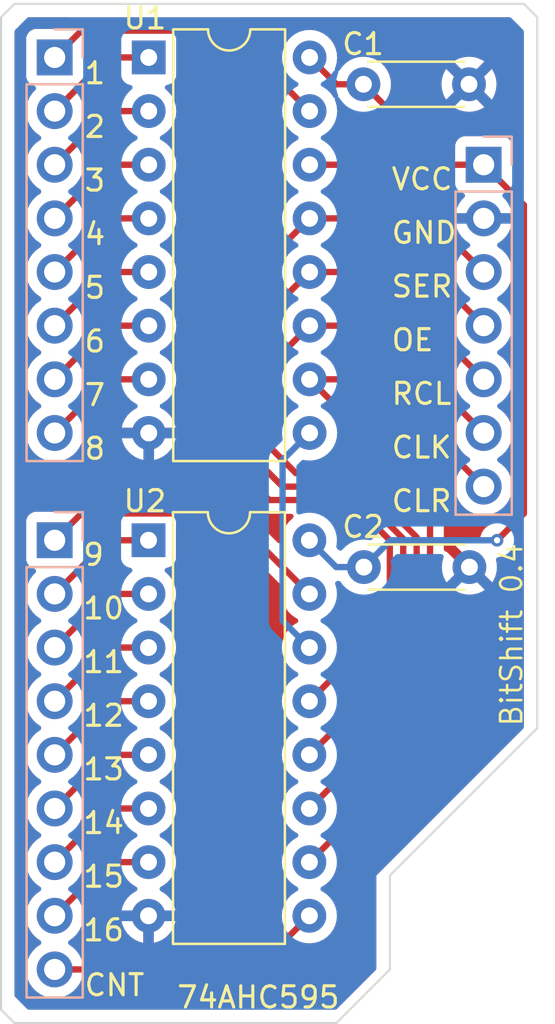
<source format=kicad_pcb>
(kicad_pcb (version 20221018) (generator pcbnew)
  (layers (0 "F.Cu" signal) (31 "B.Cu" signal) (34 "B.Paste" user) (35 "F.Paste" user) (36 "B.SilkS" user "B.Silkscreen") (37 "F.SilkS" user "F.Silkscreen") (38 "B.Mask" user) (39 "F.Mask" user) (44 "Edge.Cuts" user))
  (net 0 "")
  (net 1 "Output2")
  (net 2 "Output3")
  (net 3 "Output4")
  (net 4 "Output5")
  (net 5 "Output6")
  (net 6 "Output7")
  (net 7 "Output8")
  (net 8 "GND")
  (net 9 "OutputContinuation2")
  (net 10 "Clear")
  (net 11 "Clock")
  (net 12 "StoreWritten")
  (net 13 "OutputEnable")
  (net 14 "Output1")
  (net 15 "+3.3V")
  (net 16 "InputSer")
  (net 17 "OutputContinuation1")
  (net 18 "Output10")
  (net 19 "Output11")
  (net 20 "Output12")
  (net 21 "Output13")
  (net 22 "Output14")
  (net 23 "Output15")
  (net 24 "Output16")
  (net 25 "Output9")
  (footprint "Capacitor_THT:C_Disc_D4.3mm_W1.9mm_P5.00mm" (layer "F.Cu") (at 99.735 83.82)
    (fp_text reference "C2" (at -0.04 -1.905) (layer "F.SilkS"))
    (fp_text value "C_Small 0.1uF")
    (fp_line (start 0.23 -1.07) (end 0.23 -1.055) (stroke (width 0.12)) (layer "F.SilkS"))
    (fp_line (start 0.23 -1.07) (end 4.77 -1.07) (stroke (width 0.12)) (layer "F.SilkS"))
    (fp_line (start 0.23 1.055) (end 0.23 1.07) (stroke (width 0.12)) (layer "F.SilkS"))
    (fp_line (start 0.23 1.07) (end 4.77 1.07) (stroke (width 0.12)) (layer "F.SilkS"))
    (fp_line (start 4.77 -1.07) (end 4.77 -1.055) (stroke (width 0.12)) (layer "F.SilkS"))
    (fp_line (start 4.77 1.055) (end 4.77 1.07) (stroke (width 0.12)) (layer "F.SilkS"))
    (pad "1" thru_hole circle (at 0 0) (size 1.6 1.6) (drill 0.8) (layers "*.Cu" "*.Mask") (net 15 "+3.3V"))
    (pad "2" thru_hole circle (at 5 0) (size 1.6 1.6) (drill 0.8) (layers "*.Cu" "*.Mask") (net 8 "GND"))
  )
  (footprint "Capacitor_THT:C_Disc_D4.3mm_W1.9mm_P5.00mm" (layer "F.Cu") (at 99.715 60.96)
    (fp_text reference "C1" (at -0.02 -1.905) (layer "F.SilkS"))
    (fp_text value "C_Small 0.1uF")
    (fp_line (start 0.23 -1.07) (end 0.23 -1.055) (stroke (width 0.12)) (layer "F.SilkS"))
    (fp_line (start 0.23 -1.07) (end 4.77 -1.07) (stroke (width 0.12)) (layer "F.SilkS"))
    (fp_line (start 0.23 1.055) (end 0.23 1.07) (stroke (width 0.12)) (layer "F.SilkS"))
    (fp_line (start 0.23 1.07) (end 4.77 1.07) (stroke (width 0.12)) (layer "F.SilkS"))
    (fp_line (start 4.77 -1.07) (end 4.77 -1.055) (stroke (width 0.12)) (layer "F.SilkS"))
    (fp_line (start 4.77 1.055) (end 4.77 1.07) (stroke (width 0.12)) (layer "F.SilkS"))
    (pad "1" thru_hole circle (at 0 0) (size 1.6 1.6) (drill 0.8) (layers "*.Cu" "*.Mask") (net 15 "+3.3V"))
    (pad "2" thru_hole circle (at 5 0) (size 1.6 1.6) (drill 0.8) (layers "*.Cu" "*.Mask") (net 8 "GND"))
  )
  (footprint "Package_DIP:DIP-16_W7.62mm" (layer "F.Cu") (at 89.535 82.55)
    (fp_text reference "U2" hide)
    (fp_text value "74AHC595")
    (fp_line (start 1.16 -1.33) (end 1.16 19.11) (stroke (width 0.12)) (layer "F.SilkS"))
    (fp_line (start 1.16 19.11) (end 6.46 19.11) (stroke (width 0.12)) (layer "F.SilkS"))
    (fp_line (start 2.81 -1.33) (end 1.16 -1.33) (stroke (width 0.12)) (layer "F.SilkS"))
    (fp_line (start 6.46 -1.33) (end 4.81 -1.33) (stroke (width 0.12)) (layer "F.SilkS"))
    (fp_line (start 6.46 19.11) (end 6.46 -1.33) (stroke (width 0.12)) (layer "F.SilkS"))
    (fp_arc (start 4.81 -1.33) (mid 3.81 -0.33) (end 2.81 -1.33) (stroke (width 0.12)) (layer "F.SilkS"))
    (pad "1" thru_hole rect (at 0 0) (size 1.6 1.6) (drill 0.8) (layers "*.Cu" "*.Mask") (net 18 "Output10"))
    (pad "2" thru_hole oval (at 0 2.54) (size 1.6 1.6) (drill 0.8) (layers "*.Cu" "*.Mask") (net 19 "Output11"))
    (pad "3" thru_hole oval (at 0 5.08) (size 1.6 1.6) (drill 0.8) (layers "*.Cu" "*.Mask") (net 20 "Output12"))
    (pad "4" thru_hole oval (at 0 7.62) (size 1.6 1.6) (drill 0.8) (layers "*.Cu" "*.Mask") (net 21 "Output13"))
    (pad "5" thru_hole oval (at 0 10.16) (size 1.6 1.6) (drill 0.8) (layers "*.Cu" "*.Mask") (net 22 "Output14"))
    (pad "6" thru_hole oval (at 0 12.7) (size 1.6 1.6) (drill 0.8) (layers "*.Cu" "*.Mask") (net 23 "Output15"))
    (pad "7" thru_hole oval (at 0 15.24) (size 1.6 1.6) (drill 0.8) (layers "*.Cu" "*.Mask") (net 24 "Output16"))
    (pad "8" thru_hole oval (at 0 17.78) (size 1.6 1.6) (drill 0.8) (layers "*.Cu" "*.Mask") (net 8 "GND"))
    (pad "9" thru_hole oval (at 7.62 17.78) (size 1.6 1.6) (drill 0.8) (layers "*.Cu" "*.Mask") (net 9 "OutputContinuation2"))
    (pad "10" thru_hole oval (at 7.62 15.24) (size 1.6 1.6) (drill 0.8) (layers "*.Cu" "*.Mask") (net 10 "Clear"))
    (pad "11" thru_hole oval (at 7.62 12.7) (size 1.6 1.6) (drill 0.8) (layers "*.Cu" "*.Mask") (net 11 "Clock"))
    (pad "12" thru_hole oval (at 7.62 10.16) (size 1.6 1.6) (drill 0.8) (layers "*.Cu" "*.Mask") (net 12 "StoreWritten"))
    (pad "13" thru_hole oval (at 7.62 7.62) (size 1.6 1.6) (drill 0.8) (layers "*.Cu" "*.Mask") (net 13 "OutputEnable"))
    (pad "14" thru_hole oval (at 7.62 5.08) (size 1.6 1.6) (drill 0.8) (layers "*.Cu" "*.Mask") (net 17 "OutputContinuation1"))
    (pad "15" thru_hole oval (at 7.62 2.54) (size 1.6 1.6) (drill 0.8) (layers "*.Cu" "*.Mask") (net 25 "Output9"))
    (pad "16" thru_hole oval (at 7.62 0) (size 1.6 1.6) (drill 0.8) (layers "*.Cu" "*.Mask") (net 15 "+3.3V"))
  )
  (footprint "Package_DIP:DIP-16_W7.62mm" (layer "F.Cu") (at 89.545 59.69)
    (fp_text reference "U1" hide)
    (fp_text value "74AHC595")
    (fp_line (start 1.16 -1.33) (end 1.16 19.11) (stroke (width 0.12)) (layer "F.SilkS"))
    (fp_line (start 1.16 19.11) (end 6.46 19.11) (stroke (width 0.12)) (layer "F.SilkS"))
    (fp_line (start 2.81 -1.33) (end 1.16 -1.33) (stroke (width 0.12)) (layer "F.SilkS"))
    (fp_line (start 6.46 -1.33) (end 4.81 -1.33) (stroke (width 0.12)) (layer "F.SilkS"))
    (fp_line (start 6.46 19.11) (end 6.46 -1.33) (stroke (width 0.12)) (layer "F.SilkS"))
    (fp_arc (start 4.81 -1.33) (mid 3.81 -0.33) (end 2.81 -1.33) (stroke (width 0.12)) (layer "F.SilkS"))
    (pad "1" thru_hole rect (at 0 0) (size 1.6 1.6) (drill 0.8) (layers "*.Cu" "*.Mask") (net 1 "Output2"))
    (pad "2" thru_hole oval (at 0 2.54) (size 1.6 1.6) (drill 0.8) (layers "*.Cu" "*.Mask") (net 2 "Output3"))
    (pad "3" thru_hole oval (at 0 5.08) (size 1.6 1.6) (drill 0.8) (layers "*.Cu" "*.Mask") (net 3 "Output4"))
    (pad "4" thru_hole oval (at 0 7.62) (size 1.6 1.6) (drill 0.8) (layers "*.Cu" "*.Mask") (net 4 "Output5"))
    (pad "5" thru_hole oval (at 0 10.16) (size 1.6 1.6) (drill 0.8) (layers "*.Cu" "*.Mask") (net 5 "Output6"))
    (pad "6" thru_hole oval (at 0 12.7) (size 1.6 1.6) (drill 0.8) (layers "*.Cu" "*.Mask") (net 6 "Output7"))
    (pad "7" thru_hole oval (at 0 15.24) (size 1.6 1.6) (drill 0.8) (layers "*.Cu" "*.Mask") (net 7 "Output8"))
    (pad "8" thru_hole oval (at 0 17.78) (size 1.6 1.6) (drill 0.8) (layers "*.Cu" "*.Mask") (net 8 "GND"))
    (pad "9" thru_hole oval (at 7.62 17.78) (size 1.6 1.6) (drill 0.8) (layers "*.Cu" "*.Mask") (net 17 "OutputContinuation1"))
    (pad "10" thru_hole oval (at 7.62 15.24) (size 1.6 1.6) (drill 0.8) (layers "*.Cu" "*.Mask") (net 10 "Clear"))
    (pad "11" thru_hole oval (at 7.62 12.7) (size 1.6 1.6) (drill 0.8) (layers "*.Cu" "*.Mask") (net 11 "Clock"))
    (pad "12" thru_hole oval (at 7.62 10.16) (size 1.6 1.6) (drill 0.8) (layers "*.Cu" "*.Mask") (net 12 "StoreWritten"))
    (pad "13" thru_hole oval (at 7.62 7.62) (size 1.6 1.6) (drill 0.8) (layers "*.Cu" "*.Mask") (net 13 "OutputEnable"))
    (pad "14" thru_hole oval (at 7.62 5.08) (size 1.6 1.6) (drill 0.8) (layers "*.Cu" "*.Mask") (net 16 "InputSer"))
    (pad "15" thru_hole oval (at 7.62 2.54) (size 1.6 1.6) (drill 0.8) (layers "*.Cu" "*.Mask") (net 14 "Output1"))
    (pad "16" thru_hole oval (at 7.62 0) (size 1.6 1.6) (drill 0.8) (layers "*.Cu" "*.Mask") (net 15 "+3.3V"))
  )
  (footprint "Connector_PinHeader_2.54mm:PinHeader_1x07_P2.54mm_Vertical" (layer "B.Cu") (at 105.41 64.77 180)
    (fp_text reference "Inputs1" hide)
    (fp_text value "Conn_01x07" hide)
    (fp_line (start -1.33 -16.57) (end 1.33 -16.57) (stroke (width 0.12)) (layer "B.SilkS"))
    (fp_line (start -1.33 -1.27) (end -1.33 -16.57) (stroke (width 0.12)) (layer "B.SilkS"))
    (fp_line (start -1.33 -1.27) (end 1.33 -1.27) (stroke (width 0.12)) (layer "B.SilkS"))
    (fp_line (start -1.33 0) (end -1.33 1.33) (stroke (width 0.12)) (layer "B.SilkS"))
    (fp_line (start -1.33 1.33) (end 0 1.33) (stroke (width 0.12)) (layer "B.SilkS"))
    (fp_line (start 1.33 -1.27) (end 1.33 -16.57) (stroke (width 0.12)) (layer "B.SilkS"))
    (pad "1" thru_hole rect (at 0 0 180) (size 1.7 1.7) (drill 1) (layers "*.Cu" "*.Mask") (net 15 "+3.3V"))
    (pad "2" thru_hole oval (at 0 -2.54 180) (size 1.7 1.7) (drill 1) (layers "*.Cu" "*.Mask") (net 8 "GND"))
    (pad "3" thru_hole oval (at 0 -5.08 180) (size 1.7 1.7) (drill 1) (layers "*.Cu" "*.Mask") (net 16 "InputSer"))
    (pad "4" thru_hole oval (at 0 -7.62 180) (size 1.7 1.7) (drill 1) (layers "*.Cu" "*.Mask") (net 13 "OutputEnable"))
    (pad "5" thru_hole oval (at 0 -10.16 180) (size 1.7 1.7) (drill 1) (layers "*.Cu" "*.Mask") (net 12 "StoreWritten"))
    (pad "6" thru_hole oval (at 0 -12.7 180) (size 1.7 1.7) (drill 1) (layers "*.Cu" "*.Mask") (net 11 "Clock"))
    (pad "7" thru_hole oval (at 0 -15.24 180) (size 1.7 1.7) (drill 1) (layers "*.Cu" "*.Mask") (net 10 "Clear"))
  )
  (footprint "Connector_PinHeader_2.54mm:PinHeader_1x08_P2.54mm_Vertical" (layer "B.Cu") (at 85.09 59.69 180)
    (fp_text reference "Outputs1" hide)
    (fp_text value "Conn_01x08")
    (fp_line (start -1.33 -19.11) (end 1.33 -19.11) (stroke (width 0.12)) (layer "B.SilkS"))
    (fp_line (start -1.33 -1.27) (end -1.33 -19.11) (stroke (width 0.12)) (layer "B.SilkS"))
    (fp_line (start -1.33 -1.27) (end 1.33 -1.27) (stroke (width 0.12)) (layer "B.SilkS"))
    (fp_line (start -1.33 0) (end -1.33 1.33) (stroke (width 0.12)) (layer "B.SilkS"))
    (fp_line (start -1.33 1.33) (end 0 1.33) (stroke (width 0.12)) (layer "B.SilkS"))
    (fp_line (start 1.33 -1.27) (end 1.33 -19.11) (stroke (width 0.12)) (layer "B.SilkS"))
    (pad "1" thru_hole rect (at 0 0 180) (size 1.7 1.7) (drill 1) (layers "*.Cu" "*.Mask") (net 14 "Output1"))
    (pad "2" thru_hole oval (at 0 -2.54 180) (size 1.7 1.7) (drill 1) (layers "*.Cu" "*.Mask") (net 1 "Output2"))
    (pad "3" thru_hole oval (at 0 -5.08 180) (size 1.7 1.7) (drill 1) (layers "*.Cu" "*.Mask") (net 2 "Output3"))
    (pad "4" thru_hole oval (at 0 -7.62 180) (size 1.7 1.7) (drill 1) (layers "*.Cu" "*.Mask") (net 3 "Output4"))
    (pad "5" thru_hole oval (at 0 -10.16 180) (size 1.7 1.7) (drill 1) (layers "*.Cu" "*.Mask") (net 4 "Output5"))
    (pad "6" thru_hole oval (at 0 -12.7 180) (size 1.7 1.7) (drill 1) (layers "*.Cu" "*.Mask") (net 5 "Output6"))
    (pad "7" thru_hole oval (at 0 -15.24 180) (size 1.7 1.7) (drill 1) (layers "*.Cu" "*.Mask") (net 6 "Output7"))
    (pad "8" thru_hole oval (at 0 -17.78 180) (size 1.7 1.7) (drill 1) (layers "*.Cu" "*.Mask") (net 7 "Output8"))
  )
  (footprint "Connector_PinHeader_2.54mm:PinHeader_1x09_P2.54mm_Vertical" (layer "B.Cu") (at 85.09 82.55 180)
    (fp_text reference "Outputs2" hide)
    (fp_text value "Conn_01x09")
    (fp_line (start -1.33 -21.65) (end 1.33 -21.65) (stroke (width 0.12)) (layer "B.SilkS"))
    (fp_line (start -1.33 -1.27) (end -1.33 -21.65) (stroke (width 0.12)) (layer "B.SilkS"))
    (fp_line (start -1.33 -1.27) (end 1.33 -1.27) (stroke (width 0.12)) (layer "B.SilkS"))
    (fp_line (start -1.33 0) (end -1.33 1.33) (stroke (width 0.12)) (layer "B.SilkS"))
    (fp_line (start -1.33 1.33) (end 0 1.33) (stroke (width 0.12)) (layer "B.SilkS"))
    (fp_line (start 1.33 -1.27) (end 1.33 -21.65) (stroke (width 0.12)) (layer "B.SilkS"))
    (pad "1" thru_hole rect (at 0 0 180) (size 1.7 1.7) (drill 1) (layers "*.Cu" "*.Mask") (net 25 "Output9"))
    (pad "2" thru_hole oval (at 0 -2.54 180) (size 1.7 1.7) (drill 1) (layers "*.Cu" "*.Mask") (net 18 "Output10"))
    (pad "3" thru_hole oval (at 0 -5.08 180) (size 1.7 1.7) (drill 1) (layers "*.Cu" "*.Mask") (net 19 "Output11"))
    (pad "4" thru_hole oval (at 0 -7.62 180) (size 1.7 1.7) (drill 1) (layers "*.Cu" "*.Mask") (net 20 "Output12"))
    (pad "5" thru_hole oval (at 0 -10.16 180) (size 1.7 1.7) (drill 1) (layers "*.Cu" "*.Mask") (net 21 "Output13"))
    (pad "6" thru_hole oval (at 0 -12.7 180) (size 1.7 1.7) (drill 1) (layers "*.Cu" "*.Mask") (net 22 "Output14"))
    (pad "7" thru_hole oval (at 0 -15.24 180) (size 1.7 1.7) (drill 1) (layers "*.Cu" "*.Mask") (net 23 "Output15"))
    (pad "8" thru_hole oval (at 0 -17.78 180) (size 1.7 1.7) (drill 1) (layers "*.Cu" "*.Mask") (net 24 "Output16"))
    (pad "9" thru_hole oval (at 0 -20.32 180) (size 1.7 1.7) (drill 1) (layers "*.Cu" "*.Mask") (net 9 "OutputContinuation2"))
  )
  (gr_line (start 83.185 57.15) (end 107.315 57.15) (stroke (width 0.1)) (layer "Edge.Cuts"))
  (gr_line (start 98.425 105.41) (end 100.965 102.87) (stroke (width 0.1)) (layer "Edge.Cuts"))
  (gr_line (start 100.965 102.87) (end 100.965 98.425) (stroke (width 0.1)) (layer "Edge.Cuts"))
  (gr_line (start 82.55 57.785) (end 82.55 104.775) (stroke (width 0.1)) (layer "Edge.Cuts"))
  (gr_line (start 107.95 57.785) (end 107.95 91.44) (stroke (width 0.1)) (layer "Edge.Cuts"))
  (gr_line (start 83.185 105.41) (end 98.425 105.41) (stroke (width 0.1)) (layer "Edge.Cuts"))
  (gr_line (start 107.95 91.44) (end 100.965 98.425) (stroke (width 0.1)) (layer "Edge.Cuts"))
  (gr_line (start 83.185 57.15) (end 82.55 57.785) (stroke (width 0.1)) (layer "Edge.Cuts"))
  (gr_line (start 107.95 57.785) (end 107.315 57.15) (stroke (width 0.1)) (layer "Edge.Cuts"))
  (gr_line (start 83.185 105.41) (end 82.55 104.775) (stroke (width 0.1)) (layer "Edge.Cuts"))
  (gr_text "74AHC595" (at 90.805 104.775) (layer "F.SilkS") (effects (font (size 1 1)) (justify left bottom)))
  (gr_text "4" (at 86.42 68.64) (layer "F.SilkS") (effects (font (size 1 1)) (justify left bottom)))
  (gr_text "RCL" (at 100.965 76.2) (layer "F.SilkS") (effects (font (size 1 1)) (justify left bottom)))
  (gr_text "U1\n" (at 88.265 58.42) (layer "F.SilkS") (effects (font (size 1 1)) (justify left bottom)))
  (gr_text "6" (at 86.42 73.72) (layer "F.SilkS") (effects (font (size 1 1)) (justify left bottom)))
  (gr_text "7" (at 86.42 76.26) (layer "F.SilkS") (effects (font (size 1 1)) (justify left bottom)))
  (gr_text "5" (at 86.42 71.18) (layer "F.SilkS") (effects (font (size 1 1)) (justify left bottom)))
  (gr_text "3" (at 86.42 66.1) (layer "F.SilkS") (effects (font (size 1 1)) (justify left bottom)))
  (gr_text "14" (at 86.36 96.52) (layer "F.SilkS") (effects (font (size 1 1)) (justify left bottom)))
  (gr_text "13" (at 86.36 93.98) (layer "F.SilkS") (effects (font (size 1 1)) (justify left bottom)))
  (gr_text "CLR\n" (at 100.965 81.28) (layer "F.SilkS") (effects (font (size 1 1)) (justify left bottom)))
  (gr_text "8" (at 86.42 78.8) (layer "F.SilkS") (effects (font (size 1 1)) (justify left bottom)))
  (gr_text "15" (at 86.36 99.06) (layer "F.SilkS") (effects (font (size 1 1)) (justify left bottom)))
  (gr_text "OE" (at 100.965 73.66) (layer "F.SilkS") (effects (font (size 1 1)) (justify left bottom)))
  (gr_text "U2" (at 88.265 81.28) (layer "F.SilkS") (effects (font (size 1 1)) (justify left bottom)))
  (gr_text "GND" (at 100.965 68.58) (layer "F.SilkS") (effects (font (size 1 1)) (justify left bottom)))
  (gr_text "BitShift 0.4" (at 107.315 91.44 90) (layer "F.SilkS") (effects (font (size 1 1) (thickness 0.125)) (justify left bottom)))
  (gr_text "SER" (at 100.965 71.12) (layer "F.SilkS") (effects (font (size 1 1)) (justify left bottom)))
  (gr_text "16" (at 86.36 101.6) (layer "F.SilkS") (effects (font (size 1 1)) (justify left bottom)))
  (gr_text "VCC" (at 100.965 66.04) (layer "F.SilkS") (effects (font (size 1 1)) (justify left bottom)))
  (gr_text "9" (at 86.36 83.82) (layer "F.SilkS") (effects (font (size 1 1)) (justify left bottom)))
  (gr_text "11" (at 86.36 88.9) (layer "F.SilkS") (effects (font (size 1 1)) (justify left bottom)))
  (gr_text "12" (at 86.36 91.44) (layer "F.SilkS") (effects (font (size 1 1)) (justify left bottom)))
  (gr_text "CLK" (at 100.965 78.74) (layer "F.SilkS") (effects (font (size 1 1)) (justify left bottom)))
  (gr_text "10" (at 86.36 86.36) (layer "F.SilkS") (effects (font (size 1 1)) (justify left bottom)))
  (gr_text "2" (at 86.42 63.56) (layer "F.SilkS") (effects (font (size 1 1)) (justify left bottom)))
  (gr_text "CNT" (at 86.42 104.2) (layer "F.SilkS") (effects (font (size 1 1)) (justify left bottom)))
  (gr_text "1" (at 86.42 61.02) (layer "F.SilkS") (effects (font (size 1 1)) (justify left bottom)))
  (segment (start 89.545 59.69) (end 87.63 59.69) (width 0.3) (layer "F.Cu") (net 1))
  (segment (start 87.63 59.69) (end 85.09 62.23) (width 0.3) (layer "F.Cu") (net 1))
  (segment (start 89.545 62.23) (end 87.63 62.23) (width 0.3) (layer "F.Cu") (net 2))
  (segment (start 87.63 62.23) (end 85.09 64.77) (width 0.3) (layer "F.Cu") (net 2))
  (segment (start 89.545 64.77) (end 87.63 64.77) (width 0.3) (layer "F.Cu") (net 3))
  (segment (start 87.63 64.77) (end 85.09 67.31) (width 0.3) (layer "F.Cu") (net 3))
  (segment (start 89.545 67.31) (end 87.63 67.31) (width 0.3) (layer "F.Cu") (net 4))
  (segment (start 87.63 67.31) (end 85.09 69.85) (width 0.3) (layer "F.Cu") (net 4))
  (segment (start 89.545 69.85) (end 87.63 69.85) (width 0.3) (layer "F.Cu") (net 5))
  (segment (start 87.63 69.85) (end 85.09 72.39) (width 0.3) (layer "F.Cu") (net 5))
  (segment (start 89.545 72.39) (end 87.63 72.39) (width 0.3) (layer "F.Cu") (net 6))
  (segment (start 87.63 72.39) (end 85.09 74.93) (width 0.3) (layer "F.Cu") (net 6))
  (segment (start 87.63 74.93) (end 85.09 77.47) (width 0.3) (layer "F.Cu") (net 7))
  (segment (start 89.545 74.93) (end 87.63 74.93) (width 0.3) (layer "F.Cu") (net 7))
  (segment (start 97.155 100.33) (end 94.615 102.87) (width 0.3) (layer "F.Cu") (net 9))
  (segment (start 94.615 102.87) (end 85.09 102.87) (width 0.3) (layer "F.Cu") (net 9))
  (segment (start 105.41 80.01) (end 100.33 74.93) (width 0.3) (layer "F.Cu") (net 10))
  (segment (start 102.87 80.635) (end 102.87 92.075) (width 0.3) (layer "F.Cu") (net 10))
  (segment (start 100.33 74.93) (end 97.165 74.93) (width 0.3) (layer "F.Cu") (net 10))
  (segment (start 97.165 74.93) (end 102.87 80.635) (width 0.3) (layer "F.Cu") (net 10))
  (segment (start 102.87 92.075) (end 97.155 97.79) (width 0.3) (layer "F.Cu") (net 10))
  (segment (start 99.204212 79.375) (end 102.235 82.405788) (width 0.3) (layer "F.Cu") (net 11))
  (segment (start 97.165 72.39) (end 95.25 74.305) (width 0.3) (layer "F.Cu") (net 11))
  (segment (start 95.25 74.305) (end 95.25 78.105) (width 0.3) (layer "F.Cu") (net 11))
  (segment (start 96.52 79.375) (end 99.204212 79.375) (width 0.3) (layer "F.Cu") (net 11))
  (segment (start 102.235 82.405788) (end 102.235 90.17) (width 0.3) (layer "F.Cu") (net 11))
  (segment (start 100.33 72.39) (end 97.165 72.39) (width 0.3) (layer "F.Cu") (net 11))
  (segment (start 95.25 78.105) (end 96.52 79.375) (width 0.3) (layer "F.Cu") (net 11))
  (segment (start 105.41 77.47) (end 100.33 72.39) (width 0.3) (layer "F.Cu") (net 11))
  (segment (start 102.235 90.17) (end 97.155 95.25) (width 0.3) (layer "F.Cu") (net 11))
  (segment (start 94.615 78.74) (end 95.885 80.01) (width 0.3) (layer "F.Cu") (net 12))
  (segment (start 101.6 88.265) (end 97.155 92.71) (width 0.3) (layer "F.Cu") (net 12))
  (segment (start 101.6 82.477894) (end 101.6 88.265) (width 0.3) (layer "F.Cu") (net 12))
  (segment (start 100.33 69.85) (end 97.165 69.85) (width 0.3) (layer "F.Cu") (net 12))
  (segment (start 97.165 69.85) (end 94.615 72.4) (width 0.3) (layer "F.Cu") (net 12))
  (segment (start 95.885 80.01) (end 99.132106 80.01) (width 0.3) (layer "F.Cu") (net 12))
  (segment (start 105.41 74.93) (end 100.33 69.85) (width 0.3) (layer "F.Cu") (net 12))
  (segment (start 94.615 72.4) (end 94.615 78.74) (width 0.3) (layer "F.Cu") (net 12))
  (segment (start 99.132106 80.01) (end 101.6 82.477894) (width 0.3) (layer "F.Cu") (net 12))
  (segment (start 100.33 67.31) (end 97.165 67.31) (width 0.3) (layer "F.Cu") (net 13))
  (segment (start 95.25 80.645) (end 99.06 80.645) (width 0.3) (layer "F.Cu") (net 13))
  (segment (start 100.965 82.55) (end 100.965 86.36) (width 0.3) (layer "F.Cu") (net 13))
  (segment (start 100.965 86.36) (end 97.155 90.17) (width 0.3) (layer "F.Cu") (net 13))
  (segment (start 105.41 72.39) (end 100.33 67.31) (width 0.3) (layer "F.Cu") (net 13))
  (segment (start 93.985 70.49) (end 93.985 76.83) (width 0.3) (layer "F.Cu") (net 13))
  (segment (start 93.985 76.83) (end 93.98 76.835) (width 0.3) (layer "F.Cu") (net 13))
  (segment (start 93.98 79.375) (end 95.25 80.645) (width 0.3) (layer "F.Cu") (net 13))
  (segment (start 97.165 67.31) (end 93.985 70.49) (width 0.3) (layer "F.Cu") (net 13))
  (segment (start 93.98 76.835) (end 93.98 79.375) (width 0.3) (layer "F.Cu") (net 13))
  (segment (start 99.06 80.645) (end 100.965 82.55) (width 0.3) (layer "F.Cu") (net 13))
  (segment (start 93.355 58.42) (end 86.36 58.42) (width 0.3) (layer "F.Cu") (net 14))
  (segment (start 86.36 58.42) (end 85.09 59.69) (width 0.3) (layer "F.Cu") (net 14))
  (segment (start 97.165 62.23) (end 93.355 58.42) (width 0.3) (layer "F.Cu") (net 14))
  (segment (start 99.715 60.96) (end 98.435 60.96) (width 0.3) (layer "F.Cu") (net 15))
  (segment (start 98.435 60.96) (end 97.165 59.69) (width 0.3) (layer "F.Cu") (net 15))
  (segment (start 107.315 66.675) (end 107.315 81.28) (width 0.3) (layer "F.Cu") (net 15))
  (segment (start 103.525 64.77) (end 99.715 60.96) (width 0.3) (layer "F.Cu") (net 15))
  (segment (start 105.41 64.77) (end 103.525 64.77) (width 0.3) (layer "F.Cu") (net 15))
  (segment (start 107.315 81.28) (end 106.045 82.55) (width 0.3) (layer "F.Cu") (net 15))
  (segment (start 105.41 64.77) (end 107.315 66.675) (width 0.3) (layer "F.Cu") (net 15))
  (via (at 106.045 82.55) (size 0.6) (drill 0.3) (layers "F.Cu" "B.Cu") (net 15))
  (segment (start 106.045 82.55) (end 101.005 82.55) (width 0.3) (layer "B.Cu") (net 15))
  (segment (start 99.735 83.82) (end 98.425 83.82) (width 0.3) (layer "B.Cu") (net 15))
  (segment (start 101.005 82.55) (end 99.735 83.82) (width 0.3) (layer "B.Cu") (net 15))
  (segment (start 98.425 83.82) (end 97.155 82.55) (width 0.3) (layer "B.Cu") (net 15))
  (segment (start 100.33 64.77) (end 97.165 64.77) (width 0.3) (layer "F.Cu") (net 16))
  (segment (start 105.41 69.85) (end 100.33 64.77) (width 0.3) (layer "F.Cu") (net 16))
  (segment (start 97.165 77.47) (end 95.885 78.75) (width 0.3) (layer "B.Cu") (net 17))
  (segment (start 95.885 86.36) (end 97.155 87.63) (width 0.3) (layer "B.Cu") (net 17))
  (segment (start 95.885 78.75) (end 95.885 86.36) (width 0.3) (layer "B.Cu") (net 17))
  (segment (start 89.535 82.55) (end 87.63 82.55) (width 0.3) (layer "F.Cu") (net 18))
  (segment (start 87.63 82.55) (end 85.09 85.09) (width 0.3) (layer "F.Cu") (net 18))
  (segment (start 89.535 85.09) (end 87.63 85.09) (width 0.3) (layer "F.Cu") (net 19))
  (segment (start 87.63 85.09) (end 85.09 87.63) (width 0.3) (layer "F.Cu") (net 19))
  (segment (start 89.535 87.63) (end 87.63 87.63) (width 0.3) (layer "F.Cu") (net 20))
  (segment (start 87.63 87.63) (end 85.09 90.17) (width 0.3) (layer "F.Cu") (net 20))
  (segment (start 87.63 90.17) (end 85.09 92.71) (width 0.3) (layer "F.Cu") (net 21))
  (segment (start 89.535 90.17) (end 87.63 90.17) (width 0.3) (layer "F.Cu") (net 21))
  (segment (start 89.535 92.71) (end 87.63 92.71) (width 0.3) (layer "F.Cu") (net 22))
  (segment (start 87.63 92.71) (end 85.09 95.25) (width 0.3) (layer "F.Cu") (net 22))
  (segment (start 89.535 95.25) (end 87.63 95.25) (width 0.3) (layer "F.Cu") (net 23))
  (segment (start 87.63 95.25) (end 85.09 97.79) (width 0.3) (layer "F.Cu") (net 23))
  (segment (start 87.63 97.79) (end 85.09 100.33) (width 0.3) (layer "F.Cu") (net 24))
  (segment (start 89.535 97.79) (end 87.63 97.79) (width 0.3) (layer "F.Cu") (net 24))
  (segment (start 97.155 85.09) (end 93.345 81.28) (width 0.3) (layer "F.Cu") (net 25))
  (segment (start 86.36 81.28) (end 85.09 82.55) (width 0.3) (layer "F.Cu") (net 25))
  (segment (start 93.345 81.28) (end 86.36 81.28) (width 0.3) (layer "F.Cu") (net 25))
  (zone (net 8) (net_name "GND") (layer "F.Cu") (priority 1) (connect_pads (clearance 0.5)) (min_thickness 0.25) (fill yes (thermal_gap 0.5) (thermal_bridge_width 0.5))
    (polygon (pts (xy 107.315 58.42) (xy 106.68 57.785) (xy 83.82 57.785) (xy 83.185 58.42) (xy 83.185 104.14) (xy 83.82 104.775) (xy 98.425 104.775) (xy 100.33 102.87) (xy 100.33 98.425) (xy 107.315 91.44) (xy 107.315 78.105) (xy 103.505 71.755) (xy 103.505 66.04) (xy 107.315 66.04)))
  )
  (zone (net 8) (net_name "GND") (layer "B.Cu") (connect_pads (clearance 0.5)) (min_thickness 0.25) (fill yes (thermal_gap 0.5) (thermal_bridge_width 0.5))
    (polygon (pts (xy 107.315 58.42) (xy 106.68 57.785) (xy 83.82 57.785) (xy 83.185 58.42) (xy 83.185 104.14) (xy 83.82 104.775) (xy 98.425 104.775) (xy 100.33 102.87) (xy 100.33 98.425) (xy 107.315 91.44)))
  )
)
</source>
